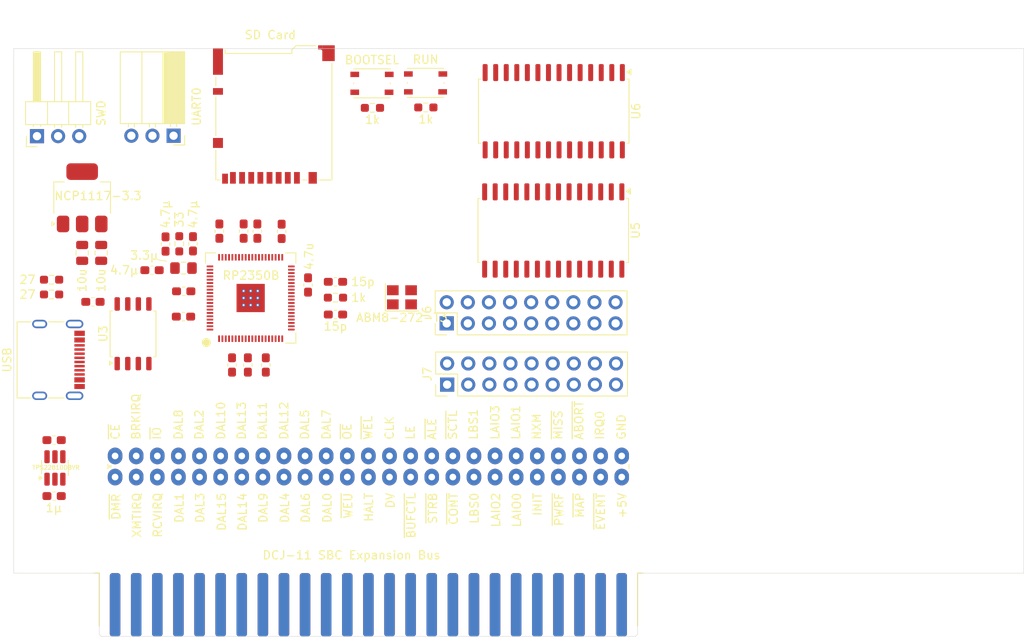
<source format=kicad_pcb>
(kicad_pcb (version 20241229) (generator "pcbnew") (generator_version "9.0")
  (layers (0 "F.Cu" signal) (2 "B.Cu" signal) (13 "F.Paste" user) (15 "B.Paste" user) (5 "F.SilkS" user "F.Silkscreen") (7 "B.SilkS" user "B.Silkscreen") (1 "F.Mask" user) (3 "B.Mask" user) (25 "Edge.Cuts" user))
  (net 0 "")
  (net 1 "/~{CE}")
  (net 2 "+1V1")
  (net 3 "/RCVIRQ")
  (net 4 "/XMTIRQ")
  (net 5 "/VREG_AVDD")
  (net 6 "SBC_POWER")
  (net 7 "DAL13")
  (net 8 "/~{EVENT}")
  (net 9 "DAL7")
  (net 10 "/~{PWRF}")
  (net 11 "/LBS0")
  (net 12 "DAL11")
  (net 13 "DAL0")
  (net 14 "DAL10")
  (net 15 "DAL14")
  (net 16 "DAL4")
  (net 17 "/~{STRB}")
  (net 18 "/IRQ0")
  (net 19 "DAL2")
  (net 20 "/~{MAP}")
  (net 21 "/DV")
  (net 22 "/~{ABORT}")
  (net 23 "/~{OE}")
  (net 24 "DAL1")
  (net 25 "GND")
  (net 26 "/~{MISS}")
  (net 27 "/LE")
  (net 28 "/LAIO0")
  (net 29 "DAL8")
  (net 30 "DAL12")
  (net 31 "/NXM")
  (net 32 "/BRKIRQ")
  (net 33 "/~{WEL}")
  (net 34 "DAL5")
  (net 35 "DAL3")
  (net 36 "/~{DMR}")
  (net 37 "DAL9")
  (net 38 "/CLK")
  (net 39 "/LAIO1")
  (net 40 "/LAIO2")
  (net 41 "/~{WEU}")
  (net 42 "/LAIO3")
  (net 43 "/LBS1")
  (net 44 "DAL6")
  (net 45 "DAL15")
  (net 46 "/USB_D+")
  (net 47 "Net-(U1-USB_DP)")
  (net 48 "Net-(R4-Pad2)")
  (net 49 "Net-(U1-USB_DM)")
  (net 50 "/USB_D-")
  (net 51 "Net-(U1-RUN)")
  (net 52 "/QSPI_SD3")
  (net 53 "/QSPI_SD0")
  (net 54 "SBC_ON")
  (net 55 "/QSPI_SD1")
  (net 56 "/VREG_LX")
  (net 57 "/QSPI_SCLK")
  (net 58 "/QSPI_SD2")
  (net 59 "GPIO35")
  (net 60 "LED1")
  (net 61 "GPIO47")
  (net 62 "SINTA")
  (net 63 "UINTB")
  (net 64 "SCL")
  (net 65 "Net-(R6-Pad2)")
  (net 66 "GPIO30")
  (net 67 "/SWDIO")
  (net 68 "SDA")
  (net 69 "UINTA")
  (net 70 "UART0_RX")
  (net 71 "GPIO33")
  (net 72 "GPIO32")
  (net 73 "/SWCLK")
  (net 74 "LED0")
  (net 75 "SINTB")
  (net 76 "GPIO31")
  (net 77 "GPIO34")
  (net 78 "GPIO29")
  (net 79 "GPIO28")
  (net 82 "VBUS")
  (net 83 "+3V3")
  (net 84 "/XIN")
  (net 85 "Net-(C4-Pad1)")
  (net 86 "/XOUT")
  (net 87 "UART0_TX")
  (net 88 "SDCARD_MOSI")
  (net 89 "/QSPI_SS")
  (net 93 "Net-(P1-VBUS-PadA4)")
  (net 94 "Net-(P1-GND-PadA1)")
  (net 98 "SDCARD_CS")
  (net 100 "SDCARD_CLK")
  (net 101 "SDCARD_DET")
  (net 103 "SDCARD_MISO")
  (net 104 "~{CONT}")
  (net 105 "~{BUFCTL}")
  (net 106 "~{IO}")
  (net 107 "~{SCTL}")
  (net 108 "INIT")
  (net 109 "~{ALE}")
  (net 110 "HALT")
  (net 111 "Net-(J6-Pin_8)")
  (net 112 "Net-(J6-Pin_2)")
  (net 113 "Net-(J6-Pin_9)")
  (net 114 "Net-(J6-Pin_3)")
  (net 115 "Net-(J6-Pin_4)")
  (net 116 "Net-(J6-Pin_13)")
  (net 117 "Net-(J6-Pin_14)")
  (net 118 "Net-(J6-Pin_10)")
  (net 119 "Net-(J6-Pin_15)")
  (net 121 "Net-(J6-Pin_16)")
  (net 122 "Net-(J6-Pin_7)")
  (net 124 "Net-(J6-Pin_5)")
  (net 125 "Net-(J6-Pin_11)")
  (net 127 "Net-(J6-Pin_1)")
  (net 128 "Net-(J6-Pin_12)")
  (net 129 "Net-(J6-Pin_6)")
  (footprint "Package_SO:SOIC-8_5.3x5.3mm_P1.27mm" (layer "F.Cu") (at 46.863 79.9145 90)
    (property "Reference" "U3" (at 0 -3.6 90) (layer "F.SilkS"))
    (property "Value" "W25Q128JVS")
    (pad "1" smd roundrect (at -3.5875 -1.905 90) (size 1.625 0.65) (layers "F.Cu" "F.Mask" "F.Paste") (net 89 "/QSPI_SS"))
    (pad "2" smd roundrect (at -3.5875 -0.635 90) (size 1.625 0.65) (layers "F.Cu" "F.Mask" "F.Paste") (net 55 "/QSPI_SD1"))
    (pad "3" smd roundrect (at -3.5875 0.635 90) (size 1.625 0.65) (layers "F.Cu" "F.Mask" "F.Paste") (net 58 "/QSPI_SD2"))
    (pad "4" smd roundrect (at -3.5875 1.905 90) (size 1.625 0.65) (layers "F.Cu" "F.Mask" "F.Paste") (net 25 "GND"))
    (pad "5" smd roundrect (at 3.5875 1.905 90) (size 1.625 0.65) (layers "F.Cu" "F.Mask" "F.Paste") (net 53 "/QSPI_SD0"))
    (pad "6" smd roundrect (at 3.5875 0.635 90) (size 1.625 0.65) (layers "F.Cu" "F.Mask" "F.Paste") (net 57 "/QSPI_SCLK"))
    (pad "7" smd roundrect (at 3.5875 -0.635 90) (size 1.625 0.65) (layers "F.Cu" "F.Mask" "F.Paste") (net 52 "/QSPI_SD3"))
    (pad "8" smd roundrect (at 3.5875 -1.905 90) (size 1.625 0.65) (layers "F.Cu" "F.Mask" "F.Paste") (net 83 "+3V3"))
  )
  (footprint "Capacitor_SMD:C_0603_1608Metric_Pad1.08x0.95mm_HandSolder" (layer "F.Cu") (at 61.8225 67.564 90)
    (property "Reference" "C12")
    (property "Value" "100n")
    (pad "1" smd roundrect (at -0.8625 0 90) (size 1.075 0.95) (layers "F.Cu" "F.Mask" "F.Paste") (net 83 "+3V3"))
    (pad "2" smd roundrect (at 0.8625 0 90) (size 1.075 0.95) (layers "F.Cu" "F.Mask" "F.Paste") (net 25 "GND"))
  )
  (footprint "Capacitor_SMD:C_0603_1608Metric_Pad1.08x0.95mm_HandSolder" (layer "F.Cu") (at 71.2205 77.597)
    (property "Reference" "C4")
    (property "Value" "15p" (at 0 1.43 0) (layer "F.SilkS"))
    (pad "1" smd roundrect (at -0.8625 0) (size 1.075 0.95) (layers "F.Cu" "F.Mask" "F.Paste") (net 85 "Net-(C4-Pad1)"))
    (pad "2" smd roundrect (at 0.8625 0) (size 1.075 0.95) (layers "F.Cu" "F.Mask" "F.Paste") (net 25 "GND"))
  )
  (footprint "Resistor_SMD:R_0603_1608Metric_Pad0.98x0.95mm_HandSolder" (layer "F.Cu") (at 82.0947 52.6796 180)
    (property "Reference" "R4")
    (property "Value" "1k" (at 0 -1.4224 180) (layer "F.SilkS"))
    (pad "1" smd roundrect (at -0.9125 0 180) (size 0.975 0.95) (layers "F.Cu" "F.Mask" "F.Paste") (net 51 "Net-(U1-RUN)"))
    (pad "2" smd roundrect (at 0.9125 0 180) (size 0.975 0.95) (layers "F.Cu" "F.Mask" "F.Paste") (net 48 "Net-(R4-Pad2)"))
  )
  (footprint "Resistor_SMD:R_0603_1608Metric_Pad0.98x0.95mm_HandSolder" (layer "F.Cu") (at 71.2205 75.565)
    (property "Reference" "R2")
    (property "Value" "1k" (at 2.794 0 0) (layer "F.SilkS"))
    (pad "1" smd roundrect (at -0.9125 0) (size 0.975 0.95) (layers "F.Cu" "F.Mask" "F.Paste") (net 86 "/XOUT"))
    (pad "2" smd roundrect (at 0.9125 0) (size 0.975 0.95) (layers "F.Cu" "F.Mask" "F.Paste") (net 85 "Net-(C4-Pad1)"))
  )
  (footprint "Capacitor_SMD:C_0603_1608Metric_Pad1.08x0.95mm_HandSolder" (layer "F.Cu") (at 37.3645 99.441)
    (property "Reference" "C20")
    (property "Value" "1µ" (at 0 1.43 0) (layer "F.SilkS"))
    (pad "1" smd roundrect (at -0.8625 0) (size 1.075 0.95) (layers "F.Cu" "F.Mask" "F.Paste") (net 82 "VBUS"))
    (pad "2" smd roundrect (at 0.8625 0) (size 1.075 0.95) (layers "F.Cu" "F.Mask" "F.Paste") (net 25 "GND"))
  )
  (footprint "Capacitor_SMD:C_0603_1608Metric_Pad1.08x0.95mm_HandSolder" (layer "F.Cu") (at 54.0755 69.088 90)
    (property "Reference" "C9")
    (property "Value" "4.7µ" (at 3.556 0 90) (layer "F.SilkS"))
    (pad "1" smd roundrect (at -0.8625 0 90) (size 1.075 0.95) (layers "F.Cu" "F.Mask" "F.Paste") (net 5 "/VREG_AVDD"))
    (pad "2" smd roundrect (at 0.8625 0 90) (size 1.075 0.95) (layers "F.Cu" "F.Mask" "F.Paste") (net 25 "GND"))
  )
  (footprint "Capacitor_SMD:C_0603_1608Metric_Pad1.08x0.95mm_HandSolder" (layer "F.Cu") (at 42.037 76.073 180)
    (property "Reference" "C2")
    (property "Value" "100n")
    (pad "1" smd roundrect (at -0.8625 0 180) (size 1.075 0.95) (layers "F.Cu" "F.Mask" "F.Paste") (net 83 "+3V3"))
    (pad "2" smd roundrect (at 0.8625 0 180) (size 1.075 0.95) (layers "F.Cu" "F.Mask" "F.Paste") (net 25 "GND"))
  )
  (footprint "Capacitor_SMD:C_0603_1608Metric_Pad1.08x0.95mm_HandSolder" (layer "F.Cu") (at 37.3645 92.71)
    (property "Reference" "C19")
    (property "Value" "100n")
    (pad "1" smd roundrect (at -0.8625 0) (size 1.075 0.95) (layers "F.Cu" "F.Mask" "F.Paste") (net 6 "SBC_POWER"))
    (pad "2" smd roundrect (at 0.8625 0) (size 1.075 0.95) (layers "F.Cu" "F.Mask" "F.Paste") (net 25 "GND"))
  )
  (footprint "Package_TO_SOT_SMD:SOT-23-6_Handsoldering" (layer "F.Cu") (at 37.465 96.059 90)
    (property "Reference" "U2")
    (property "Value" "TPS22810DBVR" (at 0.047 0.127 180) (layer "F.SilkS") (effects (font (size 0.5 0.5) (thickness 0.1) (bold yes))))
    (pad "1" smd roundrect (at -1.35 -0.95 90) (size 1.56 0.65) (layers "F.Cu" "F.Mask" "F.Paste") (net 82 "VBUS"))
    (pad "2" smd roundrect (at -1.35 0 90) (size 1.56 0.65) (layers "F.Cu" "F.Mask" "F.Paste") (net 25 "GND"))
    (pad "3" smd roundrect (at -1.35 0.95 90) (size 1.56 0.65) (layers "F.Cu" "F.Mask" "F.Paste") (net 54 "SBC_ON"))
    (pad "4" smd roundrect (at 1.35 0.95 90) (size 1.56 0.65) (layers "F.Cu" "F.Mask" "F.Paste"))
    (pad "5" smd roundrect (at 1.35 0 90) (size 1.56 0.65) (layers "F.Cu" "F.Mask" "F.Paste"))
    (pad "6" smd roundrect (at 1.35 -0.95 90) (size 1.56 0.65) (layers "F.Cu" "F.Mask" "F.Paste") (net 6 "SBC_POWER"))
  )
  (footprint "Package_DFN_QFN:RP2350B_QFN-80_EP_10.573x10.573_Pitch0.4mm" (layer "F.Cu") (at 61.0165 75.609 90)
    (property "Reference" "U1")
    (property "Value" "RP2350B" (at 2.711 0.044 180) (layer "F.SilkS"))
    (pad "1" smd rect (at -4.8965 -3.8 180) (size 0.22 0.78) (layers "F.Cu" "F.Mask" "F.Paste") (net 60 "LED1"))
    (pad "2" smd rect (at -4.8965 -3.4 180) (size 0.22 0.78) (layers "F.Cu" "F.Mask" "F.Paste") (net 13 "DAL0"))
    (pad "3" smd rect (at -4.8965 -3 180) (size 0.22 0.78) (layers "F.Cu" "F.Mask" "F.Paste") (net 24 "DAL1"))
    (pad "4" smd rect (at -4.8965 -2.6 180) (size 0.22 0.78) (layers "F.Cu" "F.Mask" "F.Paste") (net 19 "DAL2"))
    (pad "5" smd rect (at -4.8965 -2.2 180) (size 0.22 0.78) (layers "F.Cu" "F.Mask" "F.Paste") (net 83 "+3V3"))
    (pad "6" smd rect (at -4.8965 -1.8 180) (size 0.22 0.78) (layers "F.Cu" "F.Mask" "F.Paste") (net 35 "DAL3"))
    (pad "7" smd rect (at -4.8965 -1.4 180) (size 0.22 0.78) (layers "F.Cu" "F.Mask" "F.Paste") (net 16 "DAL4"))
    (pad "8" smd rect (at -4.8965 -1 180) (size 0.22 0.78) (layers "F.Cu" "F.Mask" "F.Paste") (net 34 "DAL5"))
    (pad "9" smd rect (at -4.8965 -0.6 180) (size 0.22 0.78) (layers "F.Cu" "F.Mask" "F.Paste") (net 44 "DAL6"))
    (pad "10" smd rect (at -4.8965 -0.2 180) (size 0.22 0.78) (layers "F.Cu" "F.Mask" "F.Paste") (net 2 "+1V1"))
    (pad "11" smd rect (at -4.8965 0.2 180) (size 0.22 0.78) (layers "F.Cu" "F.Mask" "F.Paste") (net 9 "DAL7"))
    (pad "12" smd rect (at -4.8965 0.6 180) (size 0.22 0.78) (layers "F.Cu" "F.Mask" "F.Paste") (net 29 "DAL8"))
    (pad "13" smd rect (at -4.8965 1 180) (size 0.22 0.78) (layers "F.Cu" "F.Mask" "F.Paste") (net 37 "DAL9"))
    (pad "14" smd rect (at -4.8965 1.4 180) (size 0.22 0.78) (layers "F.Cu" "F.Mask" "F.Paste") (net 14 "DAL10"))
    (pad "15" smd rect (at -4.8965 1.8 180) (size 0.22 0.78) (layers "F.Cu" "F.Mask" "F.Paste") (net 83 "+3V3"))
    (pad "16" smd rect (at -4.8965 2.2 180) (size 0.22 0.78) (layers "F.Cu" "F.Mask" "F.Paste") (net 12 "DAL11"))
    (pad "17" smd rect (at -4.8965 2.6 180) (size 0.22 0.78) (layers "F.Cu" "F.Mask" "F.Paste") (net 30 "DAL12"))
    (pad "18" smd rect (at -4.8965 3 180) (size 0.22 0.78) (layers "F.Cu" "F.Mask" "F.Paste") (net 7 "DAL13"))
    (pad "19" smd rect (at -4.8965 3.4 180) (size 0.22 0.78) (layers "F.Cu" "F.Mask" "F.Paste") (net 15 "DAL14"))
    (pad "20" smd rect (at -4.8965 3.8 180) (size 0.22 0.78) (layers "F.Cu" "F.Mask" "F.Paste") (net 45 "DAL15"))
    (pad "21" smd rect (at -3.8 4.8965 90) (size 0.22 0.78) (layers "F.Cu" "F.Mask" "F.Paste") (net 105 "~{BUFCTL}"))
    (pad "22" smd rect (at -3.4 4.8965 90) (size 0.22 0.78) (layers "F.Cu" "F.Mask" "F.Paste") (net 110 "HALT"))
    (pad "23" smd rect (at -3 4.8965 90) (size 0.22 0.78) (layers "F.Cu" "F.Mask" "F.Paste") (net 109 "~{ALE}"))
    (pad "24" smd rect (at -2.6 4.8965 90) (size 0.22 0.78) (layers "F.Cu" "F.Mask" "F.Paste") (net 83 "+3V3"))
    (pad "25" smd rect (at -2.2 4.8965 90) (size 0.22 0.78) (layers "F.Cu" "F.Mask" "F.Paste") (net 107 "~{SCTL}"))
    (pad "26" smd rect (at -1.8 4.8965 90) (size 0.22 0.78) (layers "F.Cu" "F.Mask" "F.Paste") (net 104 "~{CONT}"))
    (pad "27" smd rect (at -1.4 4.8965 90) (size 0.22 0.78) (layers "F.Cu" "F.Mask" "F.Paste") (net 108 "INIT"))
    (pad "28" smd rect (at -1 4.8965 90) (size 0.22 0.78) (layers "F.Cu" "F.Mask" "F.Paste") (net 106 "~{IO}"))
    (pad "29" smd rect (at -0.6 4.8965 90) (size 0.22 0.78) (layers "F.Cu" "F.Mask" "F.Paste") (net 83 "+3V3"))
    (pad "30" smd rect (at -0.2 4.8965 90) (size 0.22 0.78) (layers "F.Cu" "F.Mask" "F.Paste") (net 84 "/XIN"))
    (pad "31" smd rect (at 0.2 4.8965 90) (size 0.22 0.78) (layers "F.Cu" "F.Mask" "F.Paste") (net 86 "/XOUT"))
    (pad "32" smd rect (at 0.6 4.8965 90) (size 0.22 0.78) (layers "F.Cu" "F.Mask" "F.Paste") (net 2 "+1V1"))
    (pad "33" smd rect (at 1 4.8965 90) (size 0.22 0.78) (layers "F.Cu" "F.Mask" "F.Paste") (net 73 "/SWCLK"))
    (pad "34" smd rect (at 1.4 4.8965 90) (size 0.22 0.78) (layers "F.Cu" "F.Mask" "F.Paste") (net 67 "/SWDIO"))
    (pad "35" smd rect (at 1.8 4.8965 90) (size 0.22 0.78) (layers "F.Cu" "F.Mask" "F.Paste") (net 51 "Net-(U1-RUN)"))
    (pad "36" smd rect (at 2.2 4.8965 90) (size 0.22 0.78) (layers "F.Cu" "F.Mask" "F.Paste") (net 79 "GPIO28"))
    (pad "37" smd rect (at 2.6 4.8965 90) (size 0.22 0.78) (layers "F.Cu" "F.Mask" "F.Paste") (net 78 "GPIO29"))
    (pad "38" smd rect (at 3 4.8965 90) (size 0.22 0.78) (layers "F.Cu" "F.Mask" "F.Paste") (net 66 "GPIO30"))
    (pad "39" smd rect (at 3.4 4.8965 90) (size 0.22 0.78) (layers "F.Cu" "F.Mask" "F.Paste") (net 76 "GPIO31"))
    (pad "40" smd rect (at 3.8 4.8965 90) (size 0.22 0.78) (layers "F.Cu" "F.Mask" "F.Paste") (net 72 "GPIO32"))
    (pad "41" smd rect (at 4.8965 3.8 180) (size 0.22 0.78) (layers "F.Cu" "F.Mask" "F.Paste") (net 83 "+3V3"))
    (pad "42" smd rect (at 4.8965 3.4 180) (size 0.22 0.78) (layers "F.Cu" "F.Mask" "F.Paste") (net 71 "GPIO33"))
    (pad "43" smd rect (at 4.8965 3 180) (size 0.22 0.78) (layers "F.Cu" "F.Mask" "F.Paste") (net 77 "GPIO34"))
    (pad "44" smd rect (at 4.8965 2.6 180) (size 0.22 0.78) (layers "F.Cu" "F.Mask" "F.Paste") (net 59 "GPIO35"))
    (pad "45" smd rect (at 4.8965 2.2 180) (size 0.22 0.78) (layers "F.Cu" "F.Mask" "F.Paste") (net 62 "SINTA"))
    (pad "46" smd rect (at 4.8965 1.8 180) (size 0.22 0.78) (layers "F.Cu" "F.Mask" "F.Paste") (net 75 "SINTB"))
    (pad "47" smd rect (at 4.8965 1.4 180) (size 0.22 0.78) (layers "F.Cu" "F.Mask" "F.Paste") (net 69 "UINTA"))
    (pad "48" smd rect (at 4.8965 1 180) (size 0.22 0.78) (layers "F.Cu" "F.Mask" "F.Paste") (net 63 "UINTB"))
    (pad "49" smd rect (at 4.8965 0.6 180) (size 0.22 0.78) (layers "F.Cu" "F.Mask" "F.Paste") (net 68 "SDA"))
    (pad "50" smd rect (at 4.8965 0.2 180) (size 0.22 0.78) (layers "F.Cu" "F.Mask" "F.Paste") (net 83 "+3V3"))
    (pad "51" smd rect (at 4.8965 -0.2 180) (size 0.22 0.78) (layers "F.Cu" "F.Mask" "F.Paste") (net 2 "+1V1"))
    (pad "52" smd rect (at 4.8965 -0.6 180) (size 0.22 0.78) (layers "F.Cu" "F.Mask" "F.Paste") (net 64 "SCL"))
    (pad "53" smd rect (at 4.8965 -1 180) (size 0.22 0.78) (layers "F.Cu" "F.Mask" "F.Paste") (net 101 "SDCARD_DET"))
    (pad "54" smd rect (at 4.8965 -1.4 180) (size 0.22 0.78) (layers "F.Cu" "F.Mask" "F.Paste") (net 88 "SDCARD_MOSI"))
    (pad "55" smd rect (at 4.8965 -1.8 180) (size 0.22 0.78) (layers "F.Cu" "F.Mask" "F.Paste") (net 103 "SDCARD_MISO"))
    (pad "56" smd rect (at 4.8965 -2.2 180) (size 0.22 0.78) (layers "F.Cu" "F.Mask" "F.Paste") (net 98 "SDCARD_CS"))
    (pad "57" smd rect (at 4.8965 -2.6 180) (size 0.22 0.78) (layers "F.Cu" "F.Mask" "F.Paste") (net 100 "SDCARD_CLK"))
    (pad "58" smd rect (at 4.8965 -3 180) (size 0.22 0.78) (layers "F.Cu" "F.Mask" "F.Paste") (net 61 "GPIO47"))
    (pad "59" smd rect (at 4.8965 -3.4 180) (size 0.22 0.78) (layers "F.Cu" "F.Mask" "F.Paste") (net 83 "+3V3"))
    (pad "60" smd rect (at 4.8965 -3.8 180) (size 0.22 0.78) (layers "F.Cu" "F.Mask" "F.Paste") (net 83 "+3V3"))
    (pad "61" smd rect (at 3.8 -4.8965 90) (size 0.22 0.78) (layers "F.Cu" "F.Mask" "F.Paste") (net 5 "/VREG_AVDD"))
    (pad "62" smd rect (at 3.4 -4.8965 90) (size 0.22 0.78) (layers "F.Cu" "F.Mask" "F.Paste") (net 25 "GND"))
    (pad "63" smd rect (at 3 -4.8965 90) (size 0.22 0.78) (layers "F.Cu" "F.Mask" "F.Paste") (net 56 "/VREG_LX"))
    (pad "64" smd rect (at 2.6 -4.8965 90) (size 0.22 0.78) (layers "F.Cu" "F.Mask" "F.Paste") (net 83 "+3V3"))
    (pad "65" smd rect (at 2.2 -4.8965 90) (size 0.22 0.78) (layers "F.Cu" "F.Mask" "F.Paste") (net 2 "+1V1"))
    (pad "66" smd rect (at 1.8 -4.8965 90) (size 0.22 0.78) (layers "F.Cu" "F.Mask" "F.Paste") (net 49 "Net-(U1-USB_DM)"))
    (pad "67" smd rect (at 1.4 -4.8965 90) (size 0.22 0.78) (layers "F.Cu" "F.Mask" "F.Paste") (net 47 "Net-(U1-USB_DP)"))
    (pad "68" smd rect (at 1 -4.8965 90) (size 0.22 0.78) (layers "F.Cu" "F.Mask" "F.Paste") (net 83 "+3V3"))
    (pad "69" smd rect (at 0.6 -4.8965 90) (size 0.22 0.78) (layers "F.Cu" "F.Mask" "F.Paste") (net 83 "+3V3"))
    (pad "70" smd rect (at 0.2 -4.8965 90) (size 0.22 0.78) (layers "F.Cu" "F.Mask" "F.Paste") (net 52 "/QSPI_SD3"))
    (pad "71" smd rect (at -0.2 -4.8965 90) (size 0.22 0.78) (layers "F.Cu" "F.Mask" "F.Paste") (net 57 "/QSPI_SCLK"))
    (pad "72" smd rect (at -0.6 -4.8965 90) (size 0.22 0.78) (layers "F.Cu" "F.Mask" "F.Paste") (net 53 "/QSPI_SD0"))
    (pad "73" smd rect (at -1 -4.8965 90) (size 0.22 0.78) (layers "F.Cu" "F.Mask" "F.Paste") (net 58 "/QSPI_SD2"))
    (pad "74" smd rect (at -1.4 -4.8965 90) (size 0.22 0.78) (layers "F.Cu" "F.Mask" "F.Paste") (net 55 "/QSPI_SD1"))
    (pad "75" smd rect (at -1.8 -4.8965 90) (size 0.22 0.78) (layers "F.Cu" "F.Mask" "F.Paste") (net 89 "/QSPI_SS"))
    (pad "76" smd rect (at -2.2 -4.8965 90) (size 0.22 0.78) (layers "F.Cu" "F.Mask" "F.Paste") (net 83 "+3V3"))
    (pad "77" smd rect (at -2.6 -4.8965 90) (size 0.22 0.78) (layers "F.Cu" "F.Mask" "F.Paste") (net 87 "UART0_TX"))
    (pad "78" smd rect (at -3 -4.8965 90) (size 0.22 0.78) (layers "F.Cu" "F.Mask" "F.Paste") (net 70 "UART0_RX"))
    (pad "79" smd rect (at -3.4 -4.8965 90) (size 0.22 0.78) (layers "F.Cu" "F.Mask" "F.Paste") (net 54 "SBC_ON"))
    (pad "80" smd rect (at -3.8 -4.8965 90) (size 0.22 0.78) (layers "F.Cu" "F.Mask" "F.Paste") (net 74 "LED0"))
    (pad "81" thru_hole circle (at -0.85 -0.85 90) (size 0.425 0.425) (drill 0.2125) (property pad_prop_heatsink) (layers "*.Cu" "*.Mask") (net 25 "GND"))
    (pad "81" thru_hole circle (at -0.85 0 90) (size 0.425 0.425) (drill 0.2125) (property pad_prop_heatsink) (layers "*.Cu" "*.Mask") (net 25 "GND"))
    (pad "81" thru_hole circle (at -0.85 0.85 90) (size 0.425 0.425) (drill 0.2125) (property pad_prop_heatsink) (layers "*.Cu" "*.Mask") (net 25 "GND"))
    (pad "81" thru_hole circle (at 0 -0.85 90) (size 0.425 0.425) (drill 0.2125) (property pad_prop_heatsink) (layers "*.Cu" "*.Mask") (net 25 "GND"))
    (pad "81" thru_hole circle (at 0 0 90) (size 0.425 0.425) (drill 0.2125) (property pad_prop_heatsink) (layers "*.Cu" "*.Mask") (net 25 "GND"))
    (pad "81" smd rect (at 0 0 90) (size 3.4 3.4) (layers "F.Cu" "F.Mask") (net 25 "GND"))
    (pad "81" thru_hole circle (at 0 0.85 90) (size 0.425 0.425) (drill 0.2125) (property pad_prop_heatsink) (layers "*.Cu" "*.Mask") (net 25 "GND"))
    (pad "81" thru_hole circle (at 0.85 -0.85 90) (size 0.425 0.425) (drill 0.2125) (property pad_prop_heatsink) (layers "*.Cu" "*.Mask") (net 25 "GND"))
    (pad "81" thru_hole circle (at 0.85 0 90) (size 0.425 0.425) (drill 0.2125) (property pad_prop_heatsink) (layers "*.Cu" "*.Mask") (net 25 "GND"))
    (pad "81" thru_hole circle (at 0.85 0.85 90) (size 0.425 0.425) (drill 0.2125) (property pad_prop_heatsink) (layers "*.Cu" "*.Mask") (net 25 "GND"))
  )
  (footprint "Resistor_SMD:R_0603_1608Metric_Pad0.98x0.95mm_HandSolder" (layer "F.Cu") (at 37.0605 73.406)
    (property "Reference" "R8")
    (property "Value" "27" (at -2.8975 0 0) (layer "F.SilkS"))
    (pad "1" smd roundrect (at -0.9125 0) (size 0.975 0.95) (layers "F.Cu" "F.Mask" "F.Paste") (net 50 "/USB_D-"))
    (pad "2" smd roundrect (at 0.9125 0) (size 0.975 0.95) (layers "F.Cu" "F.Mask" "F.Paste") (net 49 "Net-(U1-USB_DM)"))
  )
  (footprint "Resistor_SMD:R_0603_1608Metric_Pad0.98x0.95mm_HandSolder" (layer "F.Cu") (at 75.6685 52.7304 180)
    (property "Reference" "R6")
    (property "Value" "1k" (at 0 -1.4224 180) (layer "F.SilkS"))
    (pad "1" smd roundrect (at -0.9125 0 180) (size 0.975 0.95) (layers "F.Cu" "F.Mask" "F.Paste") (net 89 "/QSPI_SS"))
    (pad "2" smd roundrect (at 0.9125 0 180) (size 0.975 0.95) (layers "F.Cu" "F.Mask" "F.Paste") (net 65 "Net-(R6-Pad2)"))
  )
  (footprint "Resistor_SMD:R_0603_1608Metric_Pad0.98x0.95mm_HandSolder" (layer "F.Cu") (at 52.4245 69.088 -90)
    (property "Reference" "R5")
    (property "Value" "33" (at -2.921 0 90) (layer "F.SilkS"))
    (pad "1" smd roundrect (at -0.9125 0 270) (size 0.975 0.95) (layers "F.Cu" "F.Mask" "F.Paste") (net 83 "+3V3"))
    (pad "2" smd roundrect (at 0.9125 0 270) (size 0.975 0.95) (layers "F.Cu" "F.Mask" "F.Paste") (net 5 "/VREG_AVDD"))
  )
  (footprint "Capacitor_SMD:C_0603_1608Metric_Pad1.08x0.95mm_HandSolder" (layer "F.Cu") (at 49.149 72.263 180)
    (property "Reference" "C7")
    (property "Value" "4.7µ" (at 3.3285 0 0) (layer "F.SilkS"))
    (pad "1" smd roundrect (at -0.8625 0 180) (size 1.075 0.95) (layers "F.Cu" "F.Mask" "F.Paste") (net 2 "+1V1"))
    (pad "2" smd roundrect (at 0.8625 0 180) (size 1.075 0.95) (layers "F.Cu" "F.Mask" "F.Paste") (net 25 "GND"))
  )
  (footprint "Button_Switch_SMD:SW_Push_1P1T_NO_Vertical_Wuerth_434133025816" (layer "F.Cu") (at 82.0682 49.7288)
    (property "Reference" "SW2")
    (property "Value" "RUN" (at 0 -2.815 0) (layer "F.SilkS"))
    (pad "1" smd rect (at -2.075 -1.075) (size 1.05 0.65) (layers "F.Cu" "F.Mask" "F.Paste") (net 25 "GND"))
    (pad "1" smd rect (at 2.075 -1.075) (size 1.05 0.65) (layers "F.Cu" "F.Mask" "F.Paste") (net 25 "GND"))
    (pad "2" smd rect (at -2.075 1.075) (size 1.05 0.65) (layers "F.Cu" "F.Mask" "F.Paste") (net 48 "Net-(R4-Pad2)"))
    (pad "2" smd rect (at 2.05 1.075) (size 1.05 0.65) (layers "F.Cu" "F.Mask" "F.Paste") (net 48 "Net-(R4-Pad2)"))
  )
  (footprint "Inductor_SMD:L_0805_2012Metric_Pad1.15x1.40mm_HandSolder" (layer "F.Cu") (at 52.9325 72.009)
    (property "Reference" "L1")
    (property "Value" "3.3µ" (at -4.699 -1.524 0) (layer "F.SilkS"))
    (pad "1" smd roundrect (at -1.025 0) (size 1.15 1.4) (layers "F.Cu" "F.Mask" "F.Paste") (roundrect_rratio 0.217391) (net 2 "+1V1"))
    (pad "2" smd roundrect (at 1.025 0) (size 1.15 1.4) (layers "F.Cu" "F.Mask" "F.Paste") (roundrect_rratio 0.217391) (net 56 "/VREG_LX"))
  )
  (footprint "Capacitor_SMD:C_0603_1608Metric_Pad1.08x0.95mm_HandSolder" (layer "F.Cu") (at 58.7745 83.6665 -90)
    (property "Reference" "C13")
    (property "Value" "100n")
    (pad "1" smd roundrect (at -0.8625 0 270) (size 1.075 0.95) (layers "F.Cu" "F.Mask" "F.Paste") (net 83 "+3V3"))
    (pad "2" smd roundrect (at 0.8625 0 270) (size 1.075 0.95) (layers "F.Cu" "F.Mask" "F.Paste") (net 25 "GND"))
  )
  (footprint "Capacitor_SMD:C_0603_1608Metric_Pad1.08x0.95mm_HandSolder" (layer "F.Cu") (at 50.7735 69.1145 -90)
    (property "Reference" "C21")
    (property "Value" "4.7µ" (at -3.5825 0 90) (layer "F.SilkS"))
    (pad "1" smd roundrect (at -0.8625 0 270) (size 1.075 0.95) (layers "F.Cu" "F.Mask" "F.Paste") (net 83 "+3V3"))
    (pad "2" smd roundrect (at 0.8625 0 270) (size 1.075 0.95) (layers "F.Cu" "F.Mask" "F.Paste") (net 25 "GND"))
  )
  (footprint "Capacitor_SMD:C_0603_1608Metric_Pad1.08x0.95mm_HandSolder" (layer "F.Cu") (at 60.6795 83.6665 -90)
    (property "Reference" "C11")
    (property "Value" "100n")
    (pad "1" smd roundrect (at -0.8625 0 270) (size 1.075 0.95) (layers "F.Cu" "F.Mask" "F.Paste") (net 2 "+1V1"))
    (pad "2" smd roundrect (at 0.8625 0 270) (size 1.075 0.95) (layers "F.Cu" "F.Mask" "F.Paste") (net 25 "GND"))
  )
  (footprint "Package_SO:SOIC-28W_7.5x17.9mm_P1.27mm" (layer "F.Cu") (at 97.4252 67.4878 -90)
    (property "Reference" "U5" (at 0 -9.9 90) (layer "F.SilkS"))
    (property "Value" "MCP23017")
    (pad "1" smd roundrect (at -4.65 -8.255 270) (size 2.05 0.6) (layers "F.Cu" "F.Mask" "F.Paste") (net 127 "Net-(J6-Pin_1)"))
    (pad "2" smd roundrect (at -4.65 -6.985 270) (size 2.05 0.6) (layers "F.Cu" "F.Mask" "F.Paste") (net 114 "Net-(J6-Pin_3)"))
    (pad "3" smd roundrect (at -4.65 -5.715 270) (size 2.05 0.6) (layers "F.Cu" "F.Mask" "F.Paste") (net 124 "Net-(J6-Pin_5)"))
    (pad "4" smd roundrect (at -4.65 -4.445 270) (size 2.05 0.6) (layers "F.Cu" "F.Mask" "F.Paste") (net 122 "Net-(J6-Pin_7)"))
    (pad "5" smd roundrect (at -4.65 -3.175 270) (size 2.05 0.6) (layers "F.Cu" "F.Mask" "F.Paste") (net 113 "Net-(J6-Pin_9)"))
    (pad "6" smd roundrect (at -4.65 -1.905 270) (size 2.05 0.6) (layers "F.Cu" "F.Mask" "F.Paste") (net 125 "Net-(J6-Pin_11)"))
    (pad "7" smd roundrect (at -4.65 -0.635 270) (size 2.05 0.6) (layers "F.Cu" "F.Mask" "F.Paste") (net 116 "Net-(J6-Pin_13)"))
    (pad "8" smd roundrect (at -4.65 0.635 270) (size 2.05 0.6) (layers "F.Cu" "F.Mask" "F.Paste") (net 119 "Net-(J6-Pin_15)"))
    (pad "9" smd roundrect (at -4.65 1.905 270) (size 2.05 0.6) (layers "F.Cu" "F.Mask" "F.Paste") (net 83 "+3V3"))
    (pad "10" smd roundrect (at -4.65 3.175 270) (size 2.05 0.6) (layers "F.Cu" "F.Mask" "F.Paste") (net 25 "GND"))
    (pad "11" smd roundrect (at -4.65 4.445 270) (size 2.05 0.6) (layers "F.Cu" "F.Mask" "F.Paste"))
    (pad "12" smd roundrect (at -4.65 5.715 270) (size 2.05 0.6) (layers "F.Cu" "F.Mask" "F.Paste") (net 64 "SCL"))
    (pad "13" smd roundrect (at -4.65 6.985 270) (size 2.05 0.6) (layers "F.Cu" "F.Mask" "F.Paste") (net 68 "SDA"))
    (pad "14" smd roundrect (at -4.65 8.255 270) (size 2.05 0.6) (layers "F.Cu" "F.Mask" "F.Paste"))
    (pad "15" smd roundrect (at 4.65 8.255 270) (size 2.05 0.6) (layers "F.Cu" "F.Mask" "F.Paste") (net 25 "GND"))
    (pad "16" smd roundrect (at 4.65 6.985 270) (size 2.05 0.6) (layers "F.Cu" "F.Mask" "F.Paste") (net 25 "GND"))
    (pad "17" smd roundrect (at 4.65 5.715 270) (size 2.05 0.6) (layers "F.Cu" "F.Mask" "F.Paste") (net 25 "GND"))
    (pad "18" smd roundrect (at 4.65 4.445 270) (size 2.05 0.6) (layers "F.Cu" "F.Mask" "F.Paste"))
    (pad "19" smd roundrect (at 4.65 3.175 270) (size 2.05 0.6) (layers "F.Cu" "F.Mask" "F.Paste") (net 63 "UINTB"))
    (pad "20" smd roundrect (at 4.65 1.905 270) (size 2.05 0.6) (layers "F.Cu" "F.Mask" "F.Paste") (net 69 "UINTA"))
    (pad "21" smd roundrect (at 4.65 0.635 270) (size 2.05 0.6) (layers "F.Cu" "F.Mask" "F.Paste") (net 112 "Net-(J6-Pin_2)"))
    (pad "22" smd roundrect (at 4.65 -0.635 270) (size 2.05 0.6) (layers "F.Cu" "F.Mask" "F.Paste") (net 115 "Net-(J6-Pin_4)"))
    (pad "23" smd roundrect (at 4.65 -1.905 270) (size 2.05 0.6) (layers "F.Cu" "F.Mask" "F.Paste") (net 129 "Net-(J6-Pin_6)"))
    (pad "24" smd roundrect (at 4.65 -3.175 270) (size 2.05 0.6) (layers "F.Cu" "F.Mask" "F.Paste") (net 111 "Net-(J6-Pin_8)"))
    (pad "25" smd roundrect (at 4.65 -4.445 270) (size 2.05 0.6) (layers "F.Cu" "F.Mask" "F.Paste") (net 118 "Net-(J6-Pin_10)"))
    (pad "26" smd roundrect (at 4.65 -5.715 270) (size 2.05 0.6) (layers "F.Cu" "F.Mask" "F.Paste") (net 128 "Net-(J6-Pin_12)"))
    (pad "27" smd roundrect (at 4.65 -6.985 270) (size 2.05 0.6) (layers "F.Cu" "F.Mask" "F.Paste") (net 117 "Net-(J6-Pin_14)"))
    (pad "28" smd roundrect (at 4.65 -8.255 270) (size 2.05 0.6) (layers "F.Cu" "F.Mask" "F.Paste") (net 121 "Net-(J6-Pin_16)"))
  )
  (footprint "Package_SO:SOIC-28W_7.5x17.9mm_P1.27mm" (layer "F.Cu") (at 97.4852 53.135 -90)
    (property "Reference" "U6" (at 0 -9.9 90) (layer "F.SilkS"))
    (property "Value" "MCP23017_SO")
    (pad "1" smd roundrect (at -4.65 -8.255 270) (size 2.05 0.6) (layers "F.Cu" "F.Mask" "F.Paste"))
    (pad "2" smd roundrect (at -4.65 -6.985 270) (size 2.05 0.6) (layers "F.Cu" "F.Mask" "F.Paste"))
    (pad "3" smd roundrect (at -4.65 -5.715 270) (size 2.05 0.6) (layers "F.Cu" "F.Mask" "F.Paste"))
    (pad "4" smd roundrect (at -4.65 -4.445 270) (size 2.05 0.6) (layers "F.Cu" "F.Mask" "F.Paste"))
    (pad "5" smd roundrect (at -4.65 -3.175 270) (size 2.05 0.6) (layers "F.Cu" "F.Mask" "F.Paste"))
    (pad "6" smd roundrect (at -4.65 -1.905 270) (size 2.05 0.6) (layers "F.Cu" "F.Mask" "F.Paste"))
    (pad "7" smd roundrect (at -4.65 -0.635 270) (size 2.05 0.6) (layers "F.Cu" "F.Mask" "F.Paste"))
    (pad "8" smd roundrect (at -4.65 0.635 270) (size 2.05 0.6) (layers "F.Cu" "F.Mask" "F.Paste"))
    (pad "9" smd roundrect (at -4.65 1.905 270) (size 2.05 0.6) (layers "F.Cu" "F.Mask" "F.Paste") (net 83 "+3V3"))
    (pad "10" smd roundrect (at -4.65 3.175 270) (size 2.05 0.6) (layers "F.Cu" "F.Mask" "F.Paste") (net 25 "GND"))
    (pad "11" smd roundrect (at -4.65 4.445 270) (size 2.05 0.6) (layers "F.Cu" "F.Mask" "F.Paste"))
    (pad "12" smd roundrect (at -4.65 5.715 270) (size 2.05 0.6) (layers "F.Cu" "F.Mask" "F.Paste") (net 64 "SCL"))
    (pad "13" smd roundrect (at -4.65 6.985 270) (size 2.05 0.6) (layers "F.Cu" "F.Mask" "F.Paste") (net 68 "SDA"))
    (pad "14" smd roundrect (at -4.65 8.255 270) (size 2.05 0.6) (layers "F.Cu" "F.Mask" "F.Paste"))
    (pad "15" smd roundrect (at 4.65 8.255 270) (size 2.05 0.6) (layers "F.Cu" "F.Mask" "F.Paste") (net 83 "+3V3"))
    (pad "16" smd roundrect (at 4.65 6.985 270) (size 2.05 0.6) (layers "F.Cu" "F.Mask" "F.Paste") (net 25 "GND"))
    (pad "17" smd roundrect (at 4.65 5.715 270) (size 2.05 0.6) (layers "F.Cu" "F.Mask" "F.Paste") (net 25 "GND"))
    (pad "18" smd roundrect (at 4.65 4.445 270) (size 2.05 0.6) (layers "F.Cu" "F.Mask" "F.Paste"))
    (pad "19" smd roundrect (at 4.65 3.175 270) (size 2.05 0.6) (layers "F.Cu" "F.Mask" "F.Paste") (net 75 "SINTB"))
    (pad "20" smd roundrect (at 4.65 1.905 270) (size 2.05 0.6) (layers "F.Cu" "F.Mask" "F.Paste") (net 62 "SINTA"))
    (pad "21" smd roundrect (at 4.65 0.635 270) (size 2.05 0.6) (layers "F.Cu" "F.Mask" "F.Paste"))
    (pad "22" smd roundrect (at 4.65 -0.635 270) (size 2.05 0.6) (layers "F.Cu" "F.Mask" "F.Paste"))
    (pad "23" smd roundrect (at 4.65 -1.905 270) (size 2.05 0.6) (layers "F.Cu" "F.Mask" "F.Paste"))
    (pad "24" smd roundrect (at 4.65 -3.175 270) (size 2.05 0.6) (layers "F.Cu" "F.Mask" "F.Paste"))
    (pad "25" smd roundrect (at 4.65 -4.445 270) (size 2.05 0.6) (layers "F.Cu" "F.Mask" "F.Paste"))
    (pad "26" smd roundrect (at 4.65 -5.715 270) (size 2.05 0.6) (layers "F.Cu" "F.Mask" "F.Paste"))
    (pad "27" smd roundrect (at 4.65 -6.985 270) (size 2.05 0.6) (layers "F.Cu" "F.Mask" "F.Paste"))
    (pad "28" smd roundrect (at 4.65 -8.255 270) (size 2.05 0.6) (layers "F.Cu" "F.Mask" "F.Paste"))
  )
  (footprint "Connector_Card:microSD_HC_Hirose_DM3BT-DSF-PEJS" (layer "F.Cu") (at 63.8084 53.5268 180)
    (property "Reference" "J1")
    (property "Value" "SD Card" (at 0.425 9.575 0) (layer "F.SilkS"))
    (pad "1" smd rect (at -2.775 -7.625 180) (size 0.7 1.4) (layers "F.Cu" "F.Mask" "F.Paste"))
    (pad "2" smd rect (at -1.675 -7.625 180) (size 0.7 1.4) (layers "F.Cu" "F.Mask" "F.Paste") (net 98 "SDCARD_CS"))
    (pad "3" smd rect (at -0.575 -7.625 180) (size 0.7 1.4) (layers "F.Cu" "F.Mask" "F.Paste") (net 88 "SDCARD_MOSI"))
    (pad "4" smd rect (at 0.525 -7.625 180) (size 0.7 1.4) (layers "F.Cu" "F.Mask" "F.Paste") (net 83 "+3V3"))
    (pad "5" smd rect (at 1.625 -7.625 180) (size 0.7 1.4) (layers "F.Cu" "F.Mask" "F.Paste") (net 100 "SDCARD_CLK"))
    (pad "6" smd rect (at 2.725 -7.625 180) (size 0.7 1.4) (layers "F.Cu" "F.Mask" "F.Paste") (net 25 "GND"))
    (pad "7" smd rect (at 3.825 -7.625 180) (size 0.7 1.4) (layers "F.Cu" "F.Mask" "F.Paste") (net 103 "SDCARD_MISO"))
    (pad "8" smd rect (at 4.925 -7.625 180) (size 0.7 1.4) (layers "F.Cu" "F.Mask" "F.Paste"))
    (pad "9" smd rect (at 5.875 -7.725 180) (size 0.7 1.2) (layers "F.Cu" "F.Mask" "F.Paste") (net 101 "SDCARD_DET"))
    (pad "10" smd rect (at 6.725 2.775 180) (size 1.2 0.8) (layers "F.Cu" "F.Mask" "F.Paste"))
    (pad "11" smd rect (at -6.575 7.375 180) (size 1.5 1.9) (layers "F.Cu" "F.Mask" "F.Paste"))
    (pad "11" smd rect (at -5.825 7.825 225) (size 0.2 0.2) (layers "F.Cu" "F.Mask" "F.Paste"))
    (pad "11" smd rect (at -5.575 8.075 180) (size 0.5 0.5) (layers "F.Cu" "F.Mask" "F.Paste"))
    (pad "11" smd rect (at -4.675 -7.625 180) (size 1 1.4) (layers "F.Cu" "F.Mask" "F.Paste"))
    (pad "11" smd rect (at 6.725 -3.425 180) (size 1.2 1.2) (layers "F.Cu" "F.Mask" "F.Paste"))
    (pad "11" smd rect (at 6.725 6.375 180) (size 1.2 3.2) (layers "F.Cu" "F.Mask" "F.Paste"))
  )
  (footprint "Resistor_SMD:R_0603_1608Metric_Pad0.98x0.95mm_HandSolder" (layer "F.Cu") (at 37.0605 75.184)
    (property "Reference" "R7")
    (property "Value" "27" (at -2.8975 0 0) (layer "F.SilkS"))
    (pad "1" smd roundrect (at -0.9125 0) (size 0.975 0.95) (layers "F.Cu" "F.Mask" "F.Paste") (net 46 "/USB_D+"))
    (pad "2" smd roundrect (at 0.9125 0) (size 0.975 0.95) (layers "F.Cu" "F.Mask" "F.Paste") (net 47 "Net-(U1-USB_DP)"))
  )
  (footprint "Connector_PinSocket_2.54mm:PinSocket_1x03_P2.54mm_Horizontal" (layer "F.Cu") (at 51.7398 56.0832 -90)
    (property "Reference" "J5")
    (property "Value" "UART0" (at -3.5052 -2.7686 90) (layer "F.SilkS"))
    (pad "1" thru_hole rect (at 0 0 270) (size 1.7 1.7) (drill 1) (layers "*.Cu" "*.Mask") (net 70 "UART0_RX"))
    (pad "2" thru_hole circle (at 0 2.54 270) (size 1.7 1.7) (drill 1) (layers "*.Cu" "*.Mask") (net 25 "GND"))
    (pad "3" thru_hole circle (at 0 5.08 270) (size 1.7 1.7) (drill 1) (layers "*.Cu" "*.Mask") (net 87 "UART0_TX"))
  )
  (footprint "Capacitor_SMD:C_0805_2012Metric" (layer "F.Cu") (at 43.0276 70.1802 -90)
    (property "Reference" "C1")
    (property "Value" "10u" (at 3.302 0 90) (layer "F.SilkS"))
    (pad "1" smd roundrect (at -0.95 0 270) (size 1 1.45) (layers "F.Cu" "F.Mask" "F.Paste") (net 82 "VBUS"))
    (pad "2" smd roundrect (at 0.95 0 270) (size 1 1.45) (layers "F.Cu" "F.Mask" "F.Paste") (net 25 "GND"))
  )
  (footprint "Capacitor_SMD:C_0603_1608Metric_Pad1.08x0.95mm_HandSolder" (layer "F.Cu") (at 67.9185 74.041 90)
    (property "Reference" "C10")
    (property "Value" "4.7u" (at 3.429 0.127 90) (layer "F.SilkS"))
    (pad "1" smd roundrect (at -0.8625 0 90) (size 1.075 0.95) (layers "F.Cu" "F.Mask" "F.Paste") (net 2 "+1V1"))
    (pad "2" smd roundrect (at 0.8625 0 90) (size 1.075 0.95) (layers "F.Cu" "F.Mask" "F.Paste") (net 25 "GND"))
  )
  (footprint "Connector_PinHeader_2.54mm:PinHeader_2x09_P2.54mm_Vertical" (layer "F.Cu") (at 84.6582 86.0298 90)
    (property "Reference" "J7" (at 1.27 -2.38 90) (layer "F.SilkS"))
    (property "Value" "Pico Bits")
    (pad "1" thru_hole rect (at 0 0 90) (size 1.7 1.7) (drill 1) (layers "*.Cu" "*.Mask") (net 79 "GPIO28"))
    (pad "2" thru_hole circle (at 2.54 0 90) (size 1.7 1.7) (drill 1) (layers "*.Cu" "*.Mask"))
    (pad "3" thru_hole circle (at 0 2.54 90) (size 1.7 1.7) (drill 1) (layers "*.Cu" "*.Mask") (net 78 "GPIO29"))
    (pad "4" thru_hole circle (at 2.54 2.54 90) (size 1.7 1.7) (drill 1) (layers "*.Cu" "*.Mask"))
    (pad "5" thru_hole circle (at 0 5.08 90) (size 1.7 1.7) (drill 1) (layers "*.Cu" "*.Mask") (net 66 "GPIO30"))
    (pad "6" thru_hole circle (at 2.54 5.08 90) (size 1.7 1.7) (drill 1) (layers "*.Cu" "*.Mask"))
    (pad "7" thru_hole circle (at 0 7.62 90) (size 1.7 1.7) (drill 1) (layers "*.Cu" "*.Mask") (net 76 "GPIO31"))
    (pad "8" thru_hole circle (at 2.54 7.62 90) (size 1.7 1.7) (drill 1) (layers "*.Cu" "*.Mask"))
    (pad "9" thru_hole circle (at 0 10.16 90) (size 1.7 1.7) (drill 1) (layers "*.Cu" "*.Mask") (net 72 "GPIO32"))
    (pad "10" thru_hole circle (at 2.54 10.16 90) (size 1.7 1.7) (drill 1) (layers "*.Cu" "*.Mask"))
    (pad "11" thru_hole circle (at 0 12.7 90) (size 1.7 1.7) (drill 1) (layers "*.Cu" "*.Mask") (net 71 "GPIO33"))
    (pad "12" thru_hole circle (at 2.54 12.7 90) (size 1.7 1.7) (drill 1) (layers "*.Cu" "*.Mask"))
    (pad "13" thru_hole circle (at 0 15.24 90) (size 1.7 1.7) (drill 1) (layers "*.Cu" "*.Mask") (net 77 "GPIO34"))
    (pad "14" thru_hole circle (at 2.54 15.24 90) (size 1.7 1.7) (drill 1) (layers "*.Cu" "*.Mask"))
    (pad "15" thru_hole circle (at 0 17.78 90) (size 1.7 1.7) (drill 1) (layers "*.Cu" "*.Mask") (net 59 "GPIO35"))
    (pad "16" thru_hole circle (at 2.54 17.78 90) (size 1.7 1.7) (drill 1) (layers "*.Cu" "*.Mask"))
    (pad "17" thru_hole circle (at 0 20.32 90) (size 1.7 1.7) (drill 1) (layers "*.Cu" "*.Mask") (net 83 "+3V3"))
    (pad "18" thru_hole circle (at 2.54 20.32 90) (size 1.7 1.7) (drill 1) (layers "*.Cu" "*.Mask") (net 25 "GND"))
  )
  (footprint "Crystal:Crystal_SMD_3225-4Pin_3.2x2.5mm" (layer "F.Cu") (at 79.2215 75.526)
    (property "Reference" "Y1")
    (property "Value" "ABM8-272-T3" (at 0 2.45 0) (layer "F.SilkS"))
    (pad "1" smd rect (at -1.1 0.85) (size 1.4 1.2) (layers "F.Cu" "F.Mask" "F.Paste") (net 84 "/XIN"))
    (pad "2" smd rect (at 1.1 0.85) (size 1.4 1.2) (layers "F.Cu" "F.Mask" "F.Paste") (net 25 "GND"))
    (pad "3" smd rect (at 1.1 -0.85) (size 1.4 1.2) (layers "F.Cu" "F.Mask" "F.Paste") (net 85 "Net-(C4-Pad1)"))
    (pad "4" smd rect (at -1.1 -0.85) (size 1.4 1.2) (layers "F.Cu" "F.Mask" "F.Paste") (net 25 "GND"))
  )
  (footprint "Capacitor_SMD:C_0603_1608Metric_Pad1.08x0.95mm_HandSolder" (layer "F.Cu") (at 62.8385 83.6665 -90)
    (property "Reference" "C18")
    (property "Value" "100n")
    (pad "1" smd roundrect (at -0.8625 0 270) (size 1.075 0.95) (layers "F.Cu" "F.Mask" "F.Paste") (net 83 "+3V3"))
    (pad "2" smd roundrect (at 0.8625 0 270) (size 1.075 0.95) (layers "F.Cu" "F.Mask" "F.Paste") (net 25 "GND"))
  )
  (footprint "Button_Switch_SMD:SW_Push_1P1T_NO_Vertical_Wuerth_434133025816" (layer "F.Cu") (at 75.6166 49.7796)
    (property "Reference" "SW1")
    (property "Value" "BOOTSEL" (at 0 -2.815 0) (layer "F.SilkS"))
    (pad "1" smd rect (at -2.075 -1.075) (size 1.05 0.65) (layers "F.Cu" "F.Mask" "F.Paste") (net 25 "GND"))
    (pad "1" smd rect (at 2.075 -1.075) (size 1.05 0.65) (layers "F.Cu" "F.Mask" "F.Paste") (net 25 "GND"))
    (pad "2" smd rect (at -2.075 1.075) (size 1.05 0.65) (layers "F.Cu" "F.Mask" "F.Paste") (net 65 "Net-(R6-Pad2)"))
    (pad "2" smd rect (at 2.05 1.075) (size 1.05 0.65) (layers "F.Cu" "F.Mask" "F.Paste") (net 65 "Net-(R6-Pad2)"))
  )
  (footprint "Capacitor_SMD:C_0805_2012Metric" (layer "F.Cu") (at 40.7416 70.1802 -90)
    (property "Reference" "C5")
    (property "Value" "10u" (at 3.302 0 90) (layer "F.SilkS"))
    (pad "1" smd roundrect (at -0.95 0 270) (size 1 1.45) (layers "F.Cu" "F.Mask" "F.Paste") (net 83 "+3V3"))
    (pad "2" smd roundrect (at 0.95 0 270) (size 1 1.45) (layers "F.Cu" "F.Mask" "F.Paste") (net 25 "GND"))
  )
  (footprint "Package_TO_SOT_SMD:SOT-223-3_TabPin2" (layer "F.Cu") (at 40.7416 63.5512 90)
    (property "Reference" "U4")
    (property "Value" "NCP1117-3.3" (at 0.229 1.905 180) (layer "F.SilkS"))
    (pad "1" smd roundrect (at -3.15 -2.3 90) (size 2 1.5) (layers "F.Cu" "F.Mask" "F.Paste") (net 25 "GND"))
    (pad "2" smd roundrect (at -3.15 0 90) (size 2 1.5) (layers "F.Cu" "F.Mask" "F.Paste") (net 83 "+3V3"))
    (pad "2" smd roundrect (at 3.15 0 90) (size 2 3.8) (layers "F.Cu" "F.Mask" "F.Paste") (net 83 "+3V3"))
    (pad "3" smd roundrect (at -3.15 2.3 90) (size 2 1.5) (layers "F.Cu" "F.Mask" "F.Paste") (net 82 "VBUS"))
  )
  (footprint "Connector_PinHeader_2.54mm:PinHeader_2x09_P2.54mm_Vertical" (layer "F.Cu") (at 84.6074 78.6638 90)
    (property "Reference" "J6" (at 1.27 -2.38 90) (layer "F.SilkS"))
    (property "Value" "User Port")
    (pad "1" thru_hole rect (at 0 0 90) (size 1.7 1.7) (drill 1) (layers "*.Cu" "*.Mask") (net 127 "Net-(J6-Pin_1)"))
    (pad "2" thru_hole circle (at 2.54 0 90) (size 1.7 1.7) (drill 1) (layers "*.Cu" "*.Mask") (net 112 "Net-(J6-Pin_2)"))
    (pad "3" thru_hole circle (at 0 2.54 90) (size 1.7 1.7) (drill 1) (layers "*.Cu" "*.Mask") (net 114 "Net-(J6-Pin_3)"))
    (pad "4" thru_hole circle (at 2.54 2.54 90) (size 1.7 1.7) (drill 1) (layers "*.Cu" "*.Mask") (net 115 "Net-(J6-Pin_4)"))
    (pad "5" thru_hole circle (at 0 5.08 90) (size 1.7 1.7) (drill 1) (layers "*.Cu" "*.Mask") (net 124 "Net-(J6-Pin_5)"))
    (pad "6" thru_hole circle (at 2.54 5.08 90) (size 1.7 1.7) (drill 1) (layers "*.Cu" "*.Mask") (net 129 "Net-(J6-Pin_6)"))
    (pad "7" thru_hole circle (at 0 7.62 90) (size 1.7 1.7) (drill 1) (layers "*.Cu" "*.Mask") (net 122 "Net-(J6-Pin_7)"))
    (pad "8" thru_hole circle (at 2.54 7.62 90) (size 1.7 1.7) (drill 1) (layers "*.Cu" "*.Mask") (net 111 "Net-(J6-Pin_8)"))
    (pad "9" thru_hole circle (at 0 10.16 90) (size 1.7 1.7) (drill 1) (layers "*.Cu" "*.Mask") (net 113 "Net-(J6-Pin_9)"))
    (pad "10" thru_hole circle (at 2.54 10.16 90) (size 1.7 1.7) (drill 1) (layers "*.Cu" "*.Mask") (net 118 "Net-(J6-Pin_10)"))
    (pad "11" thru_hole circle (at 0 12.7 90) (size 1.7 1.7) (drill 1) (layers "*.Cu" "*.Mask") (net 125 "Net-(J6-Pin_11)"))
    (pad "12" thru_hole circle (at 2.54 12.7 90) (size 1.7 1.7) (drill 1) (layers "*.Cu" "*.Mask") (net 128 "Net-(J6-Pin_12)"))
    (pad "13" thru_hole circle (at 0 15.24 90) (size 1.7 1.7) (drill 1) (layers "*.Cu" "*.Mask") (net 116 "Net-(J6-Pin_13)"))
    (pad "14" thru_hole circle (at 2.54 15.24 90) (size 1.7 1.7) (drill 1) (layers "*.Cu" "*.Mask") (net 117 "Net-(J6-Pin_14)"))
    (pad "15" thru_hole circle (at 0 17.78 90) (size 1.7 1.7) (drill 1) (layers "*.Cu" "*.Mask") (net 119 "Net-(J6-Pin_15)"))
    (pad "16" thru_hole circle (at 2.54 17.78 90) (size 1.7 1.7) (drill 1) (layers "*.Cu" "*.Mask") (net 121 "Net-(J6-Pin_16)"))
    (pad "17" thru_hole circle (at 0 20.32 90) (size 1.7 1.7) (drill 1) (layers "*.Cu" "*.Mask") (net 83 "+3V3"))
    (pad "18" thru_hole circle (at 2.54 20.32 90) (size 1.7 1.7) (drill 1) (layers "*.Cu" "*.Mask") (net 25 "GND"))
  )
  (footprint "Capacitor_SMD:C_0603_1608Metric_Pad1.08x0.95mm_HandSolder" (layer "F.Cu") (at 57.2505 67.564 90)
    (property "Reference" "C16")
    (property "Value" "100n")
    (pad "1" smd roundrect (at -0.8625 0 90) (size 1.075 0.95) (layers "F.Cu" "F.Mask" "F.Paste") (net 83 "+3V3"))
    (pad "2" smd roundrect (at 0.8625 0 90) (size 1.075 0.95) (layers "F.Cu" "F.Mask" "F.Paste") (net 25 "GND"))
  )
  (footprint "Capacitor_SMD:C_0603_1608Metric_Pad1.08x0.95mm_HandSolder" (layer "F.Cu") (at 52.959 74.803 180)
    (property "Reference" "C15")
    (property "Value" "100n")
    (pad "1" smd roundrect (at -0.8625 0 180) (size 1.075 0.95) (layers "F.Cu" "F.Mask" "F.Paste") (net 83 "+3V3"))
    (pad "2" smd roundrect (at 0.8625 0 180) (size 1.075 0.95) (layers "F.Cu" "F.Mask" "F.Paste") (net 25 "GND"))
  )
  (footprint "Connector_USB:USB_C_Receptacle_G-Switch_GT-USB-7010ASV" (layer "F.Cu") (at 36.703 83.058 -90)
    (property "Reference" "P1")
    (property "Value" "USB" (at 0 5 90) (layer "F.SilkS"))
    (pad "" np_thru_hole circle (at -2.89 -2.605 270) (size 0.65 0.65) (drill 0.65) (layers "*.Cu" "*.Mask"))
    (pad "" np_thru_hole circle (at 2.89 -2.605 270) (size 0.65 0.65) (drill 0.65) (layers "*.Cu" "*.Mask"))
    (pad "A1" smd rect (at -3.2 -3.725 270) (size 0.6 1.24) (layers "F.Cu" "F.Mask" "F.Paste") (net 94 "Net-(P1-GND-PadA1)"))
    (pad "A4" smd rect (at -2.4 -3.725 270) (size 0.6 1.24) (layers "F.Cu" "F.Mask" "F.Paste") (net 93 "Net-(P1-VBUS-PadA4)"))
    (pad "A5" smd rect (at -1.25 -3.725 270) (size 0.3 1.24) (layers "F.Cu" "F.Mask" "F.Paste"))
    (pad "A6" smd rect (at -0.25 -3.725 270) (size 0.3 1.24) (layers "F.Cu" "F.Mask" "F.Paste"))
    (pad "A7" smd rect (at 0.25 -3.725 270) (size 0.3 1.24) (layers "F.Cu" "F.Mask" "F.Paste"))
    (pad "A8" smd rect (at 1.25 -3.725 270) (size 0.3 1.24) (layers "F.Cu" "F.Mask" "F.Paste"))
    (pad "A9" smd rect (at 2.4 -3.725 270) (size 0.6 1.24) (layers "F.Cu" "F.Mask" "F.Paste") (net 93 "Net-(P1-VBUS-PadA4)"))
    (pad "A12" smd rect (at 3.2 -3.725 270) (size 0.6 1.24) (layers "F.Cu" "F.Mask" "F.Paste") (net 94 "Net-(P1-GND-PadA1)"))
    (pad "B1" smd rect (at 3.2 -3.725 270) (size 0.6 1.24) (layers "F.Cu" "F.Mask" "F.Paste") (net 94 "Net-(P1-GND-PadA1)"))
    (pad "B4" smd rect (at 2.4 -3.725 270) (size 0.6 1.24) (layers "F.Cu" "F.Mask" "F.Paste") (net 93 "Net-(P1-VBUS-PadA4)"))
    (pad "B5" smd rect (at 1.75 -3.725 270) (size 0.3 1.24) (layers "F.Cu" "F.Mask" "F.Paste"))
    (pad "B6" smd rect (at 0.75 -3.725 270) (size 0.3 1.24) (layers "F.Cu" "F.Mask" "F.Paste"))
    (pad "B7" smd rect (at -0.75 -3.725 270) (size 0.3 1.24) (layers "F.Cu" "F.Mask" "F.Paste"))
    (pad "B8" smd rect (at -1.75 -3.725 270) (size 0.3 1.24) (layers "F.Cu" "F.Mask" "F.Paste"))
    (pad "B9" smd rect (at -2.4 -3.725 270) (size 0.6 1.24) (layers "F.Cu" "F.Mask" "F.Paste") (net 93 "Net-(P1-VBUS-PadA4)"))
    (pad "B12" smd rect (at -3.2 -3.725 270) (size 0.6 1.24) (layers "F.Cu" "F.Mask" "F.Paste") (net 94 "Net-(P1-GND-PadA1)"))
    (pad "S1" thru_hole oval (at -4.32 -3.125 270) (size 1 2.1) (drill oval 0.6 1.7) (property pad_prop_heatsink) (layers "*.Cu" "*.Mask"))
    (pad "S1" thru_hole oval (at -4.32 1.075 270) (size 1 1.8) (drill oval 0.6 1.4) (property pad_prop_heatsink) (layers "*.Cu" "*.Mask"))
    (pad "S1" thru_hole oval (at 4.32 -3.125 270) (size 1 2.1) (drill oval 0.6 1.7) (property pad_prop_heatsink) (layers "*.Cu" "*.Mask"))
    (pad "S1" thru_hole oval (at 4.32 1.075 270) (size 1 1.8) (drill oval 0.6 1.4) (property pad_prop_heatsink) (layers "*.Cu" "*.Mask"))
  )
  (footprint "Capacitor_SMD:C_0603_1608Metric_Pad1.08x0.95mm_HandSolder" (layer "F.Cu") (at 71.2205 73.66)
    (property "Reference" "C3")
    (property "Value" "15p" (at 3.302 0 0) (layer "F.SilkS"))
    (pad "1" smd roundrect (at -0.8625 0) (size 1.075 0.95) (layers "F.Cu" "F.Mask" "F.Paste") (net 84 "/XIN"))
    (pad "2" smd roundrect (at 0.8625 0) (size 1.075 0.95) (layers "F.Cu" "F.Mask" "F.Paste") (net 25 "GND"))
  )
  (footprint "Connector_PinHeader_2.54mm:PinHeader_1x03_P2.54mm_Horizontal" (layer "F.Cu") (at 35.306 56.134 90)
    (property "Reference" "J3")
    (property "Value" "SWD" (at 2.7686 7.7216 90) (layer "F.SilkS"))
    (pad "1" thru_hole rect (at 0 0 90) (size 1.7 1.7) (drill 1) (layers "*.Cu" "*.Mask") (net 67 "/SWDIO"))
    (pad "2" thru_hole circle (at 0 2.54 90) (size 1.7 1.7) (drill 1) (layers "*.Cu" "*.Mask") (net 25 "GND"))
    (pad "3" thru_hole circle (at 0 5.08 90) (size 1.7 1.7) (drill 1) (layers "*.Cu" "*.Mask") (net 73 "/SWCLK"))
  )
  (footprint "Capacitor_SMD:C_0603_1608Metric_Pad1.08x0.95mm_HandSolder" (layer "F.Cu") (at 60.1715 67.564 90)
    (property "Reference" "C8")
    (property "Value" "100n")
    (pad "1" smd roundrect (at -0.8625 0 90) (size 1.075 0.95) (layers "F.Cu" "F.Mask" "F.Paste") (net 2 "+1V1"))
    (pad "2" smd roundrect (at 0.8625 0 90) (size 1.075 0.95) (layers "F.Cu" "F.Mask" "F.Paste") (net 25 "GND"))
  )
  (footprint "Capacitor_SMD:C_0603_1608Metric_Pad1.08x0.95mm_HandSolder" (layer "F.Cu") (at 52.9325 77.851 180)
    (property "Reference" "C14")
    (property "Value" "100n")
    (pad "1" smd roundrect (at -0.8625 0 180) (size 1.075 0.95) (layers "F.Cu" "F.Mask" "F.Paste") (net 83 "+3V3"))
    (pad "2" smd roundrect (at 0.8625 0 180) (size 1.075 0.95) (layers "F.Cu" "F.Mask" "F.Paste") (net 25 "GND"))
  )
  (footprint "Capacitor_SMD:C_0603_1608Metric_Pad1.08x0.95mm_HandSolder" (layer "F.Cu") (at 64.7435 67.5905 90)
    (property "Reference" "C17")
    (property "Value" "100n")
    (pad "1" smd roundrect (at -0.8625 0 90) (size 1.075 0.95) (layers "F.Cu" "F.Mask" "F.Paste") (net 83 "+3V3"))
    (pad "2" smd roundrect (at 0.8625 0 90) (size 1.075 0.95) (layers "F.Cu" "F.Mask" "F.Paste") (net 25 "GND"))
  )
  (footprint "Connector_PCBEdge:Apple II Expansion Edge Connector" (layer "F.Cu") (at 58.674 107.442)
    (property "Reference" "J2" (hide yes))
    (property "Value" "DCJ-11 SBC Expansion Bus" (at 14.478 -0.889 0) (layer "F.SilkS"))
    (pad "1" connect roundrect (at -13.97 5.08) (size 1.27 7.62) (layers "F.Cu" "F.Mask") (net 36 "/~{DMR}"))
    (pad "2" connect roundrect (at -11.43 5.08) (size 1.27 7.62) (layers "F.Cu" "F.Mask") (net 4 "/XMTIRQ"))
    (pad "3" connect roundrect (at -8.89 5.08) (size 1.27 7.62) (layers "F.Cu" "F.Mask") (net 3 "/RCVIRQ"))
    (pad "4" connect roundrect (at -6.35 5.08) (size 1.27 7.62) (layers "F.Cu" "F.Mask") (net 24 "DAL1"))
    (pad "5" connect roundrect (at -3.81 5.08) (size 1.27 7.62) (layers "F.Cu" "F.Mask") (net 35 "DAL3"))
    (pad "6" connect roundrect (at -1.27 5.08) (size 1.27 7.62) (layers "F.Cu" "F.Mask") (net 45 "DAL15"))
    (pad "7" connect roundrect (at 1.27 5.08) (size 1.27 7.62) (layers "F.Cu" "F.Mask") (net 15 "DAL14"))
    (pad "8" connect roundrect (at 3.81 5.08) (size 1.27 7.62) (layers "F.Cu" "F.Mask") (net 37 "DAL9"))
    (pad "9" connect roundrect (at 6.35 5.08) (size 1.27 7.62) (layers "F.Cu" "F.Mask") (net 16 "DAL4"))
    (pad "10" connect roundrect (at 8.89 5.08) (size 1.27 7.62) (layers "F.Cu" "F.Mask") (net 44 "DAL6"))
    (pad "11" connect roundrect (at 11.43 5.08) (size 1.27 7.62) (layers "F.Cu" "F.Mask") (net 13 "DAL0"))
    (pad "12" connect roundrect (at 13.97 5.08) (size 1.27 7.62) (layers "F.Cu" "F.Mask") (net 41 "/~{WEU}"))
    (pad "13" connect roundrect (at 16.51 5.08) (size 1.27 7.62) (layers "F.Cu" "F.Mask") (net 110 "HALT"))
    (pad "14" connect roundrect (at 19.05 5.08) (size 1.27 7.62) (layers "F.Cu" "F.Mask") (net 21 "/DV"))
    (pad "15" connect roundrect (at 21.59 5.08) (size 1.27 7.62) (layers "F.Cu" "F.Mask") (net 105 "~{BUFCTL}"))
    (pad "16" connect roundrect (at 24.13 5.08) (size 1.27 7.62) (layers "F.Cu" "F.Mask") (net 17 "/~{STRB}"))
    (pad "17" connect roundrect (at 26.67 5.08) (size 1.27 7.62) (layers "F.Cu" "F.Mask") (net 104 "~{CONT}"))
    (pad "18" connect roundrect (at 29.21 5.08) (size 1.27 7.62) (layers "F.Cu" "F.Mask") (net 11 "/LBS0"))
    (pad "19" connect roundrect (at 31.75 5.08) (size 1.27 7.62) (layers "F.Cu" "F.Mask") (net 40 "/LAIO2"))
    (pad "20" connect roundrect (at 34.29 5.08) (size 1.27 7.62) (layers "F.Cu" "F.Mask") (net 28 "/LAIO0"))
    (pad "21" connect roundrect (at 36.83 5.08) (size 1.27 7.62) (layers "F.Cu" "F.Mask") (net 108 "INIT"))
    (pad "22" connect roundrect (at 39.37 5.08) (size 1.27 7.62) (layers "F.Cu" "F.Mask") (net 10 "/~{PWRF}"))
    (pad "23" connect roundrect (at 41.91 5.08) (size 1.27 7.62) (layers "F.Cu" "F.Mask") (net 20 "/~{MAP}"))
    (pad "24" connect roundrect (at 44.45 5.08) (size 1.27 7.62) (layers "F.Cu" "F.Mask") (net 8 "/~{EVENT}"))
    (pad "25" connect roundrect (at 46.99 5.08) (size 1.27 7.62) (layers "F.Cu" "F.Mask") (net 6 "SBC_POWER"))
    (pad "26" connect roundrect (at 46.99 5.08) (size 1.27 7.62) (layers "B.Cu" "B.Mask") (net 25 "GND"))
    (pad "27" connect roundrect (at 44.45 5.08) (size 1.27 7.62) (layers "B.Cu" "B.Mask") (net 18 "/IRQ0"))
    (pad "28" connect roundrect (at 41.91 5.08) (size 1.27 7.62) (layers "B.Cu" "B.Mask") (net 22 "/~{ABORT}"))
    (pad "29" connect roundrect (at 39.37 5.08) (size 1.27 7.62) (layers "B.Cu" "B.Mask") (net 26 "/~{MISS}"))
    (pad "30" connect roundrect (at 36.83 5.08) (size 1.27 7.62) (layers "B.Cu" "B.Mask") (net 31 "/NXM"))
    (pad "31" connect roundrect (at 34.29 5.08) (size 1.27 7.62) (layers "B.Cu" "B.Mask") (net 39 "/LAIO1"))
    (pad "32" connect roundrect (at 31.75 5.08) (size 1.27 7.62) (layers "B.Cu" "B.Mask") (net 42 "/LAIO3"))
    (pad "33" connect roundrect (at 29.21 5.08) (size 1.27 7.62) (layers "B.Cu" "B.Mask") (net 43 "/LBS1"))
    (pad "34" connect roundrect (at 26.67 5.08) (size 1.27 7.62) (layers "B.Cu" "B.Mask") (net 107 "~{SCTL}"))
    (pad "35" connect roundrect (at 24.13 5.08) (size 1.27 7.62) (layers "B.Cu" "B.Mask") (net 109 "~{ALE}"))
    (pad "36" connect roundrect (at 21.59 5.08) (size 1.27 7.62) (layers "B.Cu" "B.Mask") (net 27 "/LE"))
    (pad "37" connect roundrect (at 19.05 5.08) (size 1.27 7.62) (layers "B.Cu" "B.Mask") (net 38 "/CLK"))
    (pad "38" connect roundrect (at 16.51 5.08) (size 1.27 7.62) (layers "B.Cu" "B.Mask") (net 33 "/~{WEL}"))
    (pad "39" connect roundrect (at 13.97 5.08) (size 1.27 7.62) (layers "B.Cu" "B.Mask") (net 23 "/~{OE}"))
    (pad "40" connect roundrect (at 11.43 5.08) (size 1.27 7.62) (layers "B.Cu" "B.Mask") (net 9 "DAL7"))
    (pad "41" connect roundrect (at 8.89 5.08) (size 1.27 7.62) (layers "B.Cu" "B.Mask") (net 34 "DAL5"))
    (pad "42" connect roundrect (at 6.35 5.08) (size 1.27 7.62) (layers "B.Cu" "B.Mask") (net 30 "DAL12"))
    (pad "43" connect roundrect (at 3.81 5.08) (size 1.27 7.62) (layers "B.Cu" "B.Mask") (net 12 "DAL11"))
    (pad "44" connect roundrect (at 1.27 5.08) (size 1.27 7.62) (layers "B.Cu" "B.Mask") (net 7 "DAL13"))
    (pad "45" connect roundrect (at -1.27 5.08) (size 1.27 7.62) (layers "B.Cu" "B.Mask") (net 14 "DAL10"))
    (pad "46" connect roundrect (at -3.81 5.08) (size 1.27 7.62) (layers "B.Cu" "B.Mask") (net 19 "DAL2"))
    (pad "47" connect roundrect (at -6.35 5.08) (size 1.27 7.62) (layers "B.Cu" "B.Mask") (net 29 "DAL8"))
    (pad "48" connect roundrect (at -8.89 5.08) (size 1.27 7.62) (layers "B.Cu" "B.Mask") (net 106 "~{IO}"))
    (pad "49" connect roundrect (at -11.43 5.08) (size 1.27 7.62) (layers "B.Cu" "B.Mask") (net 32 "/BRKIRQ"))
    (pad "50" connect roundrect (at -13.97 5.08) (size 1.27 7.62) (layers "B.Cu" "B.Mask") (net 1 "/~{CE}"))
  )
  (footprint "Library:DCJ-11 SBC Expansion Port Debug Header" (layer "F.Cu") (at 74.914 96.155 90)
    (property "Reference" "J4")
    (property "Value" "DCJ-11 SBC Bus Probe Interface")
    (fp_text user "~{BUFCTL}" (at -2.8 6 90) (layer "F.SilkS") (effects (justify right bottom)))
    (fp_text user "LBS0" (at -2.8 13.6 90) (layer "F.SilkS") (effects (justify right bottom)))
    (fp_text user "~{IO}" (at 3.4 -24.6 90) (layer "F.SilkS") (effects (justify left bottom)))
    (fp_text user "DAL3" (at -2.8 -19.4 90) (layer "F.SilkS") (effects (justify right bottom)))
    (fp_text user "LAIO1" (at 3.4 18.6 90) (layer "F.SilkS") (effects (justify left bottom)))
    (fp_text user "LAIO2" (at -2.8 16.2 90) (layer "F.SilkS") (effects (justify right bottom)))
    (fp_text user "BRKIRQ" (at 3.4 -27.1 90) (layer "F.SilkS") (effects (justify left bottom)))
    (fp_text user "GND" (at 3.4 31.3 90) (layer "F.SilkS") (effects (justify left bottom)))
    (fp_text user "~{CONT}" (at -2.8 11.1 90) (layer "F.SilkS") (effects (justify right bottom)))
    (fp_text user "~{WEU}" (at -2.8 -1.6 90) (layer "F.SilkS") (effects (justify right bottom)))
    (fp_text user "~{MAP}" (at -2.8 26.3 90) (layer "F.SilkS") (effects (justify right bottom)))
    (fp_text user "RCVIRQ" (at -2.8 -24.5 90) (layer "F.SilkS") (effects (justify right bottom)))
    (fp_text user "~{ALE}" (at 3.4 8.5 90) (layer "F.SilkS") (effects (justify left bottom)))
    (fp_text user "DAL9" (at -2.8 -11.8 90) (layer "F.SilkS") (effects (justify right bottom)))
    (fp_text user "IRQ0" (at 3.4 28.7 90) (layer "F.SilkS") (effects (justify left bottom)))
    (fp_text user "DV" (at -2.8 3.5 90) (layer "F.SilkS") (effects (justify right bottom)))
    (fp_text user "~{SCTL}" (at 3.4 11 90) (layer "F.SilkS") (effects (justify left bottom)))
    (fp_text user "DAL5" (at 3.4 -6.8 90) (layer "F.SilkS") (effects (justify left bottom)))
    (fp_text user "LBS1" (at 3.4 13.5 90) (layer "F.SilkS") (effects (justify left bottom)))
    (fp_text user "+5V" (at -2.8 31.4 90) (layer "F.SilkS") (effects (justify right bottom)))
    (fp_text user "DAL0" (at -2.8 -4.1 90) (layer "F.SilkS") (effects (justify right bottom)))
    (fp_text user "NXM" (at 3.4 21.1 90) (layer "F.SilkS") (effects (justify left bottom)))
    (fp_text user "XMTIRQ" (at -2.8 -27 90) (layer "F.SilkS") (effects (justify right bottom)))
    (fp_text user "~{DMR}" (at -2.9 -29.5 90) (layer "F.SilkS") (effects (justify right bottom)))
    (fp_text user "DAL6" (at -2.8 -6.7 90) (layer "F.SilkS") (effects (justify right bottom)))
    (fp_text user "DAL12" (at 3.4 -9.3 90) (layer "F.SilkS") (effects (justify left bottom)))
    (fp_text user "DAL10" (at 3.4 -16.9 90) (layer "F.SilkS") (effects (justify left bottom)))
    (fp_text user "HALT" (at -2.8 0.9 90) (layer "F.SilkS") (effects (justify right bottom)))
    (fp_text user "DAL2" (at 3.4 -19.5 90) (layer "F.SilkS") (effects (justify left bottom)))
    (fp_text user "DAL15" (at -2.8 -16.8 90) (layer "F.SilkS") (effects (justify right bottom)))
    (fp_text user "~{EVENT}" (at -2.8 28.8 90) (layer "F.SilkS") (effects (justify right bottom)))
    (fp_text user "LAIO0" (at -2.8 18.7 90) (layer "F.SilkS") (effects (justify right bottom)))
    (fp_text user "LAIO3" (at 3.4 16.1 90) (layer "F.SilkS") (effects (justify left bottom)))
    (fp_text user "DAL8" (at 3.4 -22 90) (layer "F.SilkS") (effects (justify left bottom)))
    (fp_text user "DAL1" (at -2.8 -21.9 90) (layer "F.SilkS") (effects (justify right bottom)))
    (fp_text user "DAL14" (at -2.8 -14.3 90) (layer "F.SilkS") (effects (justify right bottom)))
    (fp_text user "CLK" (at 3.4 3.4 90) (layer "F.SilkS") (effects (justify left bottom)))
    (fp_text user "~{STRB}" (at -2.8 8.6 90) (layer "F.SilkS") (effects (justify right bottom)))
    (fp_text user "DAL7" (at 3.4 -4.2 90) (layer "F.SilkS") (effects (justify left bottom)))
    (fp_text user "~{WEL}" (at 3.4 0.8 90) (layer "F.SilkS") (effects (justify left bottom)))
    (fp_text user "~{PWRF}" (at -2.8 23.8 90) (layer "F.SilkS") (effects (justify right bottom)))
    (fp_text user "INIT" (at -2.8 21.2 90) (layer "F.SilkS") (effects (justify right bottom)))
    (fp_text user "DAL11" (at 3.4 -11.9 90) (layer "F.SilkS") (effects (justify left bottom)))
    (fp_text user "DAL4" (at -2.8 -9.2 90) (layer "F.SilkS") (effects (justify right bottom)))
    (fp_text user "DAL13" (at 3.4 -14.4 90) (layer "F.SilkS") (effects (justify left bottom)))
    (fp_text user "~{CE}" (at 3.4 -29.6 90) (layer "F.SilkS") (effects (justify left bottom)))
    (fp_text user "LE" (at 3.4 5.9 90) (layer "F.SilkS") (effects (justify left bottom)))
    (fp_text user "~{MISS}" (at 3.4 23.7 90) (layer "F.SilkS") (effects (justify left bottom)))
    (fp_text user "~{ABORT}" (at 3.4 26.2 90) (layer "F.SilkS") (effects (justify left bottom)))
    (fp_text user "~{OE}" (at 3.4 -1.7 90) (layer "F.SilkS") (effects (justify left bottom)))
    (pad "1" thru_hole oval (at -1 -30.21) (size 1.75 2) (drill 0.8) (layers "*.Cu" "*.Mask") (net 36 "/~{DMR}"))
    (pad "2" thru_hole oval (at -1 -27.67) (size 1.75 2) (drill 0.8) (layers "*.Cu" "*.Mask") (net 4 "/XMTIRQ"))
    (pad "3" thru_hole oval (at -1 -25.13) (size 1.75 2) (drill 0.8) (layers "*.Cu" "*.Mask") (net 3 "/RCVIRQ"))
    (pad "4" thru_hole oval (at -1 -22.59) (size 1.75 2) (drill 0.8) (layers "*.Cu" "*.Mask") (net 24 "DAL1"))
    (pad "5" thru_hole oval (at -1 -20.05) (size 1.75 2) (drill 0.8) (layers "*.Cu" "*.Mask") (net 35 "DAL3"))
    (pad "6" thru_hole oval (at -1 -17.51) (size 1.75 2) (drill 0.8) (layers "*.Cu" "*.Mask") (net 45 "DAL15"))
    (pad "7" thru_hole oval (at -1 -14.97) (size 1.75 2) (drill 0.8) (layers "*.Cu" "*.Mask") (net 15 "DAL14"))
    (pad "8" thru_hole oval (at -1 -12.43) (size 1.75 2) (drill 0.8) (layers "*.Cu" "*.Mask") (net 37 "DAL9"))
    (pad "9" thru_hole oval (at -1 -9.89) (size 1.75 2) (drill 0.8) (layers "*.Cu" "*.Mask") (net 16 "DAL4"))
    (pad "10" thru_hole oval (at -1 -7.35) (size 1.75 2) (drill 0.8) (layers "*.Cu" "*.Mask") (net 44 "DAL6"))
    (pad "11" thru_hole oval (at -1 -4.81) (size 1.75 2) (drill 0.8) (layers "*.Cu" "*.Mask") (net 13 "DAL0"))
    (pad "12" thru_hole oval (at -1 -2.27) (size 1.75 2) (drill 0.8) (layers "*.Cu" "*.Mask") (net 41 "/~{WEU}"))
    (pad "13" thru_hole oval (at -1 0.27) (size 1.75 2) (drill 0.8) (layers "*.Cu" "*.Mask") (net 110 "HALT"))
    (pad "14" thru_hole oval (at -1 2.81) (size 1.75 2) (drill 0.8) (layers "*.Cu" "*.Mask") (net 21 "/DV"))
    (pad "15" thru_hole oval (at -1 5.35) (size 1.75 2) (drill 0.8) (layers "*.Cu" "*.Mask") (net 105 "~{BUFCTL}"))
    (pad "16" thru_hole oval (at -1 7.89) (size 1.75 2) (drill 0.8) (layers "*.Cu" "*.Mask") (net 17 "/~{STRB}"))
    (pad "17" thru_hole oval (at -1 10.43) (size 1.75 2) (drill 0.8) (layers "*.Cu" "*.Mask") (net 104 "~{CONT}"))
    (pad "18" thru_hole oval (at -1 12.97) (size 1.75 2) (drill 0.8) (layers "*.Cu" "*.Mask") (net 11 "/LBS0"))
    (pad "19" thru_hole oval (at -1 15.51) (size 1.75 2) (drill 0.8) (layers "*.Cu" "*.Mask") (net 40 "/LAIO2"))
    (pad "20" thru_hole oval (at -1 18.05) (size 1.75 2) (drill 0.8) (layers "*.Cu" "*.Mask") (net 28 "/LAIO0"))
    (pad "21" thru_hole oval (at -1 20.59) (size 1.75 2) (drill 0.8) (layers "*.Cu" "*.Mask") (net 108 "INIT"))
    (pad "22" thru_hole oval (at -1 23.13) (size 1.75 2) (drill 0.8) (layers "*.Cu" "*.Mask") (net 10 "/~{PWRF}"))
    (pad "23" thru_hole oval (at -1 25.67) (size 1.75 2) (drill 0.8) (layers "*.Cu" "*.Mask") (net 20 "/~{MAP}"))
    (pad "24" thru_hole oval (at -1 28.21) (size 1.75 2) (drill 0.8) (layers "*.Cu" "*.Mask") (net 8 "/~{EVENT}"))
    (pad "25" thru_hole oval (at -1 30.75) (size 1.75 2) (drill 0.8) (layers "*.Cu" "*.Mask") (net 6 "SBC_POWER"))
    (pad "26" thru_hole oval (at 1.54 30.75) (size 1.75 2) (drill 0.8) (layers "*.Cu" "*.Mask") (net 25 "GND"))
    (pad "27" thru_hole oval (at 1.54 28.21) (size 1.75 2) (drill 0.8) (layers "*.Cu" "*.Mask") (net 18 "/IRQ0"))
    (pad "28" thru_hole oval (at 1.54 25.67) (size 1.75 2) (drill 0.8) (layers "*.Cu" "*.Mask") (net 22 "/~{ABORT}"))
    (pad "29" thru_hole oval (at 1.54 23.13) (size 1.75 2) (drill 0.8) (layers "*.Cu" "*.Mask") (net 26 "/~{MISS}"))
    (pad "30" thru_hole oval (at 1.54 20.59) (size 1.75 2) (drill 0.8) (layers "*.Cu" "*.Mask") (net 31 "/NXM"))
    (pad "31" thru_hole oval (at 1.54 18.05) (size 1.75 2) (drill 0.8) (layers "*.Cu" "*.Mask") (net 39 "/LAIO1"))
    (pad "32" thru_hole oval (at 1.54 15.51) (size 1.75 2) (drill 0.8) (layers "*.Cu" "*.Mask") (net 42 "/LAIO3"))
    (pad "33" thru_hole oval (at 1.54 12.97) (size 1.75 2) (drill 0.8) (layers "*.Cu" "*.Mask") (net 43 "/LBS1"))
    (pad "34" thru_hole oval (at 1.54 10.43) (size 1.75 2) (drill 0.8) (layers "*.Cu" "*.Mask") (net 107 "~{SCTL}"))
    (pad "35" thru_hole oval (at 1.54 7.89) (size 1.75 2) (drill 0.8) (layers "*.Cu" "*.Mask") (net 109 "~{ALE}"))
    (pad "36" thru_hole oval (at 1.54 5.35) (size 1.75 2) (drill 0.8) (layers "*.Cu" "*.Mask") (net 27 "/LE"))
    (pad "37" thru_hole oval (at 1.54 2.81) (size 1.75 2) (drill 0.8) (layers "*.Cu" "*.Mask") (net 38 "/CLK"))
    (pad "38" thru_hole oval (at 1.54 0.27) (size 1.75 2) (drill 0.8) (layers "*.Cu" "*.Mask") (net 33 "/~{WEL}"))
    (pad "39" thru_hole oval (at 1.54 -2.27) (size 1.75 2) (drill 0.8) (layers "*.Cu" "*.Mask") (net 23 "/~{OE}"))
    (pad "40" thru_hole oval (at 1.54 -4.81) (size 1.75 2) (drill 0.8) (layers "*.Cu" "*.Mask") (net 9 "DAL7"))
    (pad "41" thru_hole oval (at 1.54 -7.35) (size 1.75 2) (drill 0.8) (layers "*.Cu" "*.Mask") (net 34 "DAL5"))
    (pad "42" thru_hole oval (at 1.54 -9.89) (size 1.75 2) (drill 0.8) (layers "*.Cu" "*.Mask") (net 30 "DAL12"))
    (pad "43" thru_hole oval (at 1.54 -12.43) (size 1.75 2) (drill 0.8) (layers "*.Cu" "*.Mask") (net 12 "DAL11"))
    (pad "44" thru_hole oval (at 1.54 -14.97) (size 1.75 2) (drill 0.8) (layers "*.Cu" "*.Mask") (net 7 "DAL13"))
    (pad "45" thru_hole oval (at 1.54 -17.51) (size 1.75 2) (drill 0.8) (layers "*.Cu" "*.Mask") (net 14 "DAL10"))
    (pad "46" thru_hole oval (at 1.54 -20.05) (size 1.75 2) (drill 0.8) (layers "*.Cu" "*.Mask") (net 19 "DAL2"))
    (pad "47" thru_hole oval (at 1.54 -22.59) (size 1.75 2) (drill 0.8) (layers "*.Cu" "*.Mask") (net 29 "DAL8"))
    (pad "48" thru_hole oval (at 1.54 -25.13) (size 1.75 2) (drill 0.8) (layers "*.Cu" "*.Mask") (net 106 "~{IO}"))
    (pad "49" thru_hole oval (at 1.54 -27.67) (size 1.75 2) (drill 0.8) (layers "*.Cu" "*.Mask") (net 32 "/BRKIRQ"))
    (pad "50" thru_hole oval (at 1.54 -30.21) (size 1.75 2) (drill 0.8) (layers "*.Cu" "*.Mask") (net 1 "/~{CE}"))
  )
  (gr_line (start 49.8845 71.011353) (end 50.877136 71.183652) (stroke (width 0.1)) (layer "F.SilkS"))
  (gr_line (start 154.051 108.712) (end 154.051 45.593) (stroke (width 0.05)) (layer "Edge.Cuts"))
  (gr_line (start 32.512 108.712) (end 42.799 108.712) (stroke (width 0.05)) (layer "Edge.Cuts"))
  (gr_line (start 107.569 108.712) (end 154.051 108.712) (stroke (width 0.05)) (layer "Edge.Cuts"))
  (gr_line (start 42.799 108.712) (end 42.799 116.078) (stroke (width 0.05)) (layer "Edge.Cuts"))
  (gr_line (start 107.569 108.712) (end 107.569 116.078) (stroke (width 0.05)) (layer "Edge.Cuts"))
  (gr_line (start 42.799 116.078) (end 43.053 116.332) (stroke (width 0.05)) (layer "Edge.Cuts"))
  (gr_line (start 107.315 116.332) (end 107.569 116.078) (stroke (width 0.05)) (layer "Edge.Cuts"))
  (gr_line (start 32.512 108.712) (end 32.512 45.593) (stroke (width 0.05)) (layer "Edge.Cuts"))
  (gr_line (start 43.053 116.332) (end 107.315 116.332) (stroke (width 0.05)) (layer "Edge.Cuts"))
  (gr_line (start 154.051 45.593) (end 32.512 45.593) (stroke (width 0.05)) (layer "Edge.Cuts"))
)
</source>
